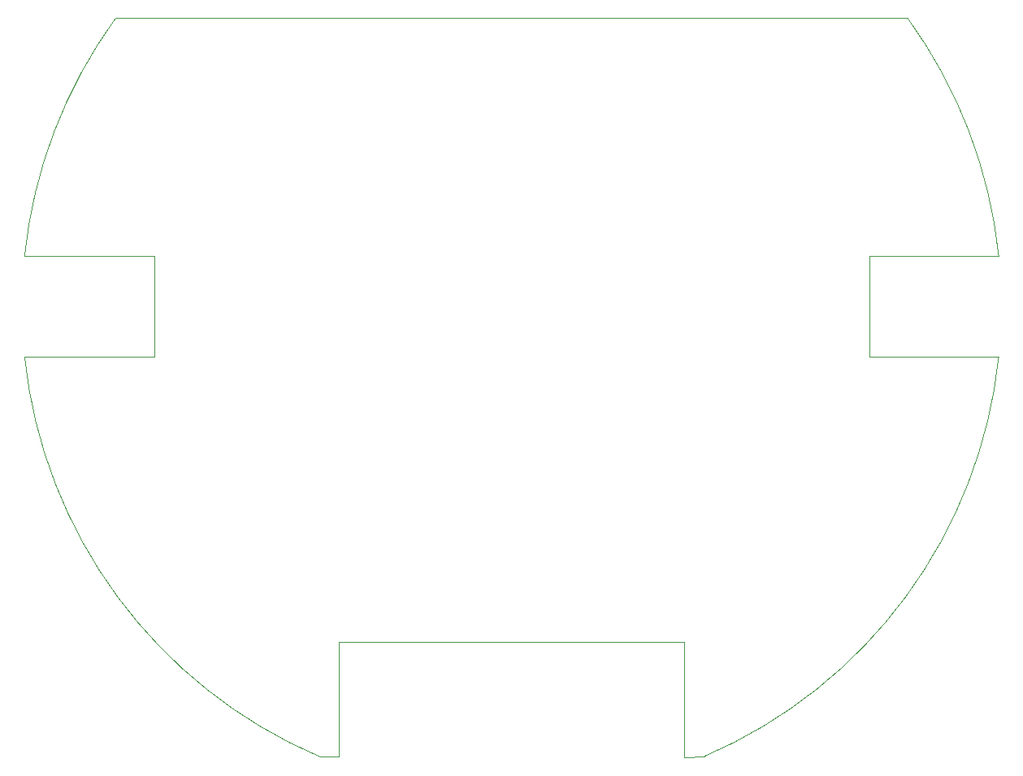
<source format=gbr>
%TF.GenerationSoftware,KiCad,Pcbnew,9.0.3*%
%TF.CreationDate,2025-07-31T21:15:47+09:00*%
%TF.ProjectId,power_circuit,706f7765-725f-4636-9972-637569742e6b,00*%
%TF.SameCoordinates,Original*%
%TF.FileFunction,Profile,NP*%
%FSLAX46Y46*%
G04 Gerber Fmt 4.6, Leading zero omitted, Abs format (unit mm)*
G04 Created by KiCad (PCBNEW 9.0.3) date 2025-07-31 21:15:47*
%MOMM*%
%LPD*%
G01*
G04 APERTURE LIST*
%TA.AperFunction,Profile*%
%ADD10C,0.050000*%
%TD*%
G04 APERTURE END LIST*
D10*
X88250000Y-111625000D02*
X90317809Y-111533507D01*
X88250000Y-99625000D02*
X88250000Y-111625000D01*
X52250000Y-99625000D02*
X88250000Y-99625000D01*
X52250000Y-111572052D02*
X52250000Y-99625000D01*
X50272531Y-111572051D02*
X52250000Y-111572052D01*
X28987615Y-34615992D02*
X111512385Y-34615994D01*
X33000000Y-69875000D02*
X19500000Y-69875000D01*
X33000000Y-59375000D02*
X33000000Y-69875000D01*
X19500000Y-59375000D02*
X33000000Y-59375000D01*
X107500000Y-59375000D02*
X121000000Y-59375000D01*
X107500000Y-69875000D02*
X107500000Y-59375000D01*
X121000000Y-69874999D02*
X107500000Y-69875000D01*
X121000000Y-69875000D02*
G75*
G02*
X90317810Y-111533507I-50750000J5250000D01*
G01*
X50272531Y-111572052D02*
G75*
G02*
X19500000Y-69875000I19977469J46947052D01*
G01*
X19500000Y-59375000D02*
G75*
G02*
X28987615Y-34615992I50750000J-5250000D01*
G01*
X111512385Y-34615992D02*
G75*
G02*
X121000000Y-59375000I-41262385J-30009008D01*
G01*
M02*

</source>
